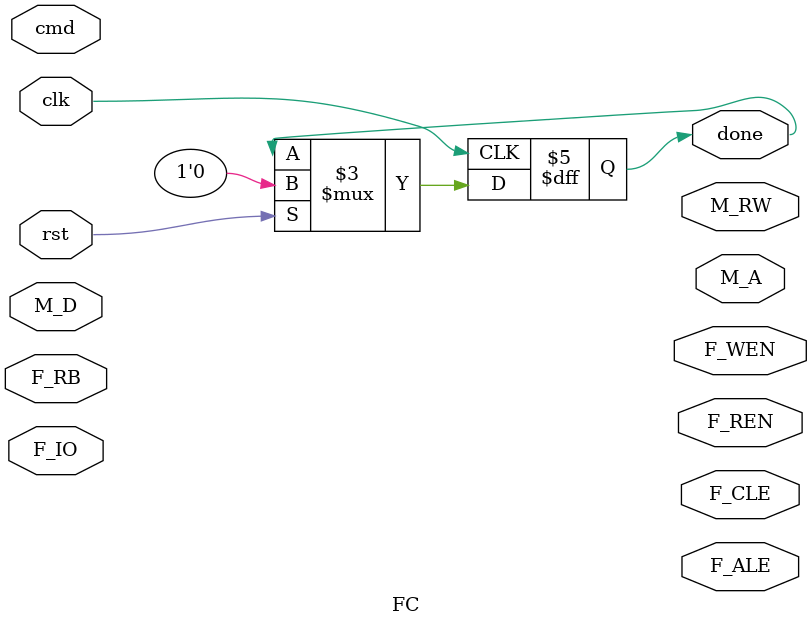
<source format=v>
`timescale 1ns/100ps
module FC(clk, rst, cmd, done, M_RW, M_A, M_D, F_IO, F_CLE, F_ALE, F_REN, F_WEN, F_RB);

input clk;
input rst;
/***
    read(1)/write(0)[32]
    flash memory address[31:14]
    internal memory address[13:7]
    read/write length[6:0]
  ***/
input [32:0] cmd;   
input F_RB;             // 0 for flash memory is busy

output reg done;        // 1 for accepting cmd, 0 for busy r/w flash memmory
output reg M_RW;        // 1 for read internal memory, 0 for write interal memory
output reg [6:0] M_A;   // address for internal memory
output reg F_CLE;       // 1 for F_IO being seen as "command", flash memory read the command when F_WEN is at posedge
output reg F_ALE;       // 1 for F_IO being seen as "address", flash memory read the address when F_WEN is at posedge
output reg F_REN;       // continuous reading, data will appear at F_IO after (F_REN's negedge time + tREA), also forward address of flash memory with 1
output reg F_WEN;       // posedge for flash memory to read when F_IO is "command", "address", "data in", 1 for F_IO is "data out"

inout [7:0] M_D;        // internal memory input/output
inout [7:0] F_IO;       // flash memory input/output

reg rw_bit;
reg [17:0] flash_mem_addr;
reg [6:0] internal_mem_addr;
reg [6:0] rw_length;

parameter COMMAND = 3'b000;

always @(posedge clk) begin
    if (rst) begin
        done <= 0;
    end
    else begin
        
    end
end

always @(*) begin
  
end

endmodule
</source>
